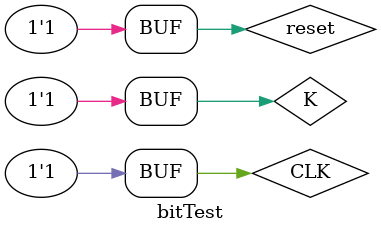
<source format=v>
module bitTest();
  wire [1:0] Q;
  reg K, CLK, reset;
  
  bitCount count(K, CLK, reset, Q);
  
  initial
  begin
    #10 CLK = 0; K = 0; reset = 0;
    #10 CLK = 1; K = 0; reset = 0;
    #10 CLK = 0; K = 1; reset = 0;
    #10 CLK = 1; K = 1; reset = 0;
    #10 CLK = 0; K = 0; reset = 0;
    #10 CLK = 1; K = 0; reset = 0;
    #10 CLK = 0; K = 1; reset = 0;
    #10 CLK = 1; K = 1; reset = 0;
    
    #10 CLK = 0; K = 0; reset = 0;
    #10 CLK = 1; K = 0; reset = 0;
    #10 CLK = 0; K = 1; reset = 0;
    #10 CLK = 1; K = 1; reset = 1;
    #10 CLK = 0; K = 0; reset = 1;
    #10 CLK = 1; K = 0; reset = 0;
    #10 CLK = 0; K = 1; reset = 1;
    #10 CLK = 1; K = 1; reset = 1;
    #10 CLK = 1; K = 1; reset = 1;
    
    #10 CLK = 0; K = 0; reset = 0;
    #10 CLK = 1; K = 0; reset = 0;
    #10 CLK = 0; K = 1; reset = 0;
    #10 CLK = 1; K = 1; reset = 0;
    #10 CLK = 0; K = 0; reset = 0;
    #10 CLK = 1; K = 0; reset = 0;
    #10 CLK = 0; K = 1; reset = 0;
    #10 CLK = 1; K = 1; reset = 0;
    
    #10 CLK = 0; K = 0; reset = 0;
    #10 CLK = 1; K = 0; reset = 0;
    #10 CLK = 0; K = 1; reset = 1;
    #10 CLK = 1; K = 1; reset = 1;
    #10 CLK = 0; K = 0; reset = 1;
    #10 CLK = 1; K = 0; reset = 0;
    #10 CLK = 0; K = 1; reset = 0;
    #10 CLK = 1; K = 1; reset = 0;
    #10 CLK = 1; K = 1; reset = 0;
    
    #10 CLK = 0; K = 0; reset = 0;
    #10 CLK = 1; K = 0; reset = 1;
    #10 CLK = 0; K = 1; reset = 0;
    #10 CLK = 1; K = 1; reset = 0;
    #10 CLK = 0; K = 0; reset = 0;
    #10 CLK = 1; K = 0; reset = 0;
    #10 CLK = 0; K = 1; reset = 1;
    #10 CLK = 1; K = 1; reset = 1;
    #10 CLK = 1; K = 1; reset = 1;
  end
endmodule
</source>
